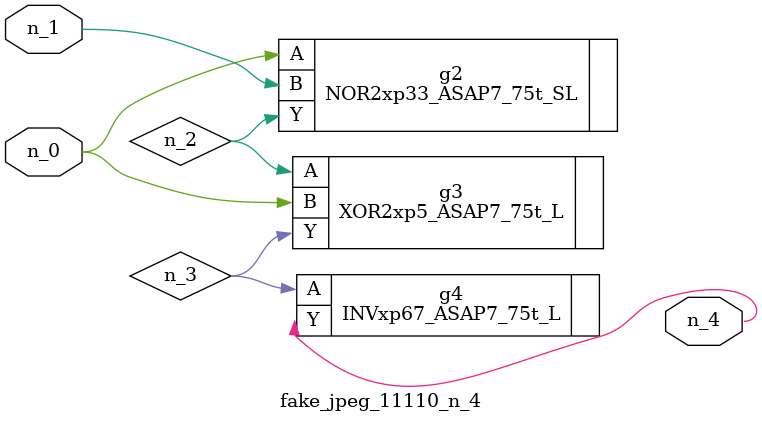
<source format=v>
module fake_jpeg_11110_n_4 (n_0, n_1, n_4);

input n_0;
input n_1;

output n_4;

wire n_2;
wire n_3;

NOR2xp33_ASAP7_75t_SL g2 ( 
.A(n_0),
.B(n_1),
.Y(n_2)
);

XOR2xp5_ASAP7_75t_L g3 ( 
.A(n_2),
.B(n_0),
.Y(n_3)
);

INVxp67_ASAP7_75t_L g4 ( 
.A(n_3),
.Y(n_4)
);


endmodule
</source>
